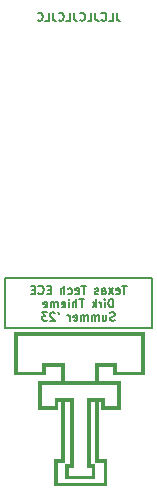
<source format=gbr>
%TF.GenerationSoftware,KiCad,Pcbnew,7.0.2*%
%TF.CreationDate,2023-06-09T21:10:51-07:00*%
%TF.ProjectId,iCEGenius,69434547-656e-4697-9573-2e6b69636164,rev?*%
%TF.SameCoordinates,Original*%
%TF.FileFunction,Legend,Bot*%
%TF.FilePolarity,Positive*%
%FSLAX46Y46*%
G04 Gerber Fmt 4.6, Leading zero omitted, Abs format (unit mm)*
G04 Created by KiCad (PCBNEW 7.0.2) date 2023-06-09 21:10:51*
%MOMM*%
%LPD*%
G01*
G04 APERTURE LIST*
%ADD10C,0.150000*%
%ADD11R,1.700000X1.700000*%
%ADD12O,1.700000X1.700000*%
%ADD13C,0.650000*%
%ADD14O,1.000000X2.100000*%
%ADD15O,1.000000X1.800000*%
G04 APERTURE END LIST*
D10*
X159133333Y-77214333D02*
X159133333Y-77714333D01*
X159133333Y-77714333D02*
X159166666Y-77814333D01*
X159166666Y-77814333D02*
X159233333Y-77881000D01*
X159233333Y-77881000D02*
X159333333Y-77914333D01*
X159333333Y-77914333D02*
X159400000Y-77914333D01*
X158466667Y-77914333D02*
X158800000Y-77914333D01*
X158800000Y-77914333D02*
X158800000Y-77214333D01*
X157833333Y-77847666D02*
X157866666Y-77881000D01*
X157866666Y-77881000D02*
X157966666Y-77914333D01*
X157966666Y-77914333D02*
X158033333Y-77914333D01*
X158033333Y-77914333D02*
X158133333Y-77881000D01*
X158133333Y-77881000D02*
X158200000Y-77814333D01*
X158200000Y-77814333D02*
X158233333Y-77747666D01*
X158233333Y-77747666D02*
X158266666Y-77614333D01*
X158266666Y-77614333D02*
X158266666Y-77514333D01*
X158266666Y-77514333D02*
X158233333Y-77381000D01*
X158233333Y-77381000D02*
X158200000Y-77314333D01*
X158200000Y-77314333D02*
X158133333Y-77247666D01*
X158133333Y-77247666D02*
X158033333Y-77214333D01*
X158033333Y-77214333D02*
X157966666Y-77214333D01*
X157966666Y-77214333D02*
X157866666Y-77247666D01*
X157866666Y-77247666D02*
X157833333Y-77281000D01*
X157333333Y-77214333D02*
X157333333Y-77714333D01*
X157333333Y-77714333D02*
X157366666Y-77814333D01*
X157366666Y-77814333D02*
X157433333Y-77881000D01*
X157433333Y-77881000D02*
X157533333Y-77914333D01*
X157533333Y-77914333D02*
X157600000Y-77914333D01*
X156666667Y-77914333D02*
X157000000Y-77914333D01*
X157000000Y-77914333D02*
X157000000Y-77214333D01*
X156033333Y-77847666D02*
X156066666Y-77881000D01*
X156066666Y-77881000D02*
X156166666Y-77914333D01*
X156166666Y-77914333D02*
X156233333Y-77914333D01*
X156233333Y-77914333D02*
X156333333Y-77881000D01*
X156333333Y-77881000D02*
X156400000Y-77814333D01*
X156400000Y-77814333D02*
X156433333Y-77747666D01*
X156433333Y-77747666D02*
X156466666Y-77614333D01*
X156466666Y-77614333D02*
X156466666Y-77514333D01*
X156466666Y-77514333D02*
X156433333Y-77381000D01*
X156433333Y-77381000D02*
X156400000Y-77314333D01*
X156400000Y-77314333D02*
X156333333Y-77247666D01*
X156333333Y-77247666D02*
X156233333Y-77214333D01*
X156233333Y-77214333D02*
X156166666Y-77214333D01*
X156166666Y-77214333D02*
X156066666Y-77247666D01*
X156066666Y-77247666D02*
X156033333Y-77281000D01*
X155533333Y-77214333D02*
X155533333Y-77714333D01*
X155533333Y-77714333D02*
X155566666Y-77814333D01*
X155566666Y-77814333D02*
X155633333Y-77881000D01*
X155633333Y-77881000D02*
X155733333Y-77914333D01*
X155733333Y-77914333D02*
X155800000Y-77914333D01*
X154866667Y-77914333D02*
X155200000Y-77914333D01*
X155200000Y-77914333D02*
X155200000Y-77214333D01*
X154233333Y-77847666D02*
X154266666Y-77881000D01*
X154266666Y-77881000D02*
X154366666Y-77914333D01*
X154366666Y-77914333D02*
X154433333Y-77914333D01*
X154433333Y-77914333D02*
X154533333Y-77881000D01*
X154533333Y-77881000D02*
X154600000Y-77814333D01*
X154600000Y-77814333D02*
X154633333Y-77747666D01*
X154633333Y-77747666D02*
X154666666Y-77614333D01*
X154666666Y-77614333D02*
X154666666Y-77514333D01*
X154666666Y-77514333D02*
X154633333Y-77381000D01*
X154633333Y-77381000D02*
X154600000Y-77314333D01*
X154600000Y-77314333D02*
X154533333Y-77247666D01*
X154533333Y-77247666D02*
X154433333Y-77214333D01*
X154433333Y-77214333D02*
X154366666Y-77214333D01*
X154366666Y-77214333D02*
X154266666Y-77247666D01*
X154266666Y-77247666D02*
X154233333Y-77281000D01*
X153733333Y-77214333D02*
X153733333Y-77714333D01*
X153733333Y-77714333D02*
X153766666Y-77814333D01*
X153766666Y-77814333D02*
X153833333Y-77881000D01*
X153833333Y-77881000D02*
X153933333Y-77914333D01*
X153933333Y-77914333D02*
X154000000Y-77914333D01*
X153066667Y-77914333D02*
X153400000Y-77914333D01*
X153400000Y-77914333D02*
X153400000Y-77214333D01*
X152433333Y-77847666D02*
X152466666Y-77881000D01*
X152466666Y-77881000D02*
X152566666Y-77914333D01*
X152566666Y-77914333D02*
X152633333Y-77914333D01*
X152633333Y-77914333D02*
X152733333Y-77881000D01*
X152733333Y-77881000D02*
X152800000Y-77814333D01*
X152800000Y-77814333D02*
X152833333Y-77747666D01*
X152833333Y-77747666D02*
X152866666Y-77614333D01*
X152866666Y-77614333D02*
X152866666Y-77514333D01*
X152866666Y-77514333D02*
X152833333Y-77381000D01*
X152833333Y-77381000D02*
X152800000Y-77314333D01*
X152800000Y-77314333D02*
X152733333Y-77247666D01*
X152733333Y-77247666D02*
X152633333Y-77214333D01*
X152633333Y-77214333D02*
X152566666Y-77214333D01*
X152566666Y-77214333D02*
X152466666Y-77247666D01*
X152466666Y-77247666D02*
X152433333Y-77281000D01*
X159983332Y-100333333D02*
X159583332Y-100333333D01*
X159783332Y-101033333D02*
X159783332Y-100333333D01*
X159083332Y-101000000D02*
X159149999Y-101033333D01*
X159149999Y-101033333D02*
X159283332Y-101033333D01*
X159283332Y-101033333D02*
X159349999Y-101000000D01*
X159349999Y-101000000D02*
X159383332Y-100933333D01*
X159383332Y-100933333D02*
X159383332Y-100666666D01*
X159383332Y-100666666D02*
X159349999Y-100600000D01*
X159349999Y-100600000D02*
X159283332Y-100566666D01*
X159283332Y-100566666D02*
X159149999Y-100566666D01*
X159149999Y-100566666D02*
X159083332Y-100600000D01*
X159083332Y-100600000D02*
X159049999Y-100666666D01*
X159049999Y-100666666D02*
X159049999Y-100733333D01*
X159049999Y-100733333D02*
X159383332Y-100800000D01*
X158816666Y-101033333D02*
X158449999Y-100566666D01*
X158816666Y-100566666D02*
X158449999Y-101033333D01*
X157883332Y-101033333D02*
X157883332Y-100666666D01*
X157883332Y-100666666D02*
X157916665Y-100600000D01*
X157916665Y-100600000D02*
X157983332Y-100566666D01*
X157983332Y-100566666D02*
X158116665Y-100566666D01*
X158116665Y-100566666D02*
X158183332Y-100600000D01*
X157883332Y-101000000D02*
X157949999Y-101033333D01*
X157949999Y-101033333D02*
X158116665Y-101033333D01*
X158116665Y-101033333D02*
X158183332Y-101000000D01*
X158183332Y-101000000D02*
X158216665Y-100933333D01*
X158216665Y-100933333D02*
X158216665Y-100866666D01*
X158216665Y-100866666D02*
X158183332Y-100800000D01*
X158183332Y-100800000D02*
X158116665Y-100766666D01*
X158116665Y-100766666D02*
X157949999Y-100766666D01*
X157949999Y-100766666D02*
X157883332Y-100733333D01*
X157583332Y-101000000D02*
X157516666Y-101033333D01*
X157516666Y-101033333D02*
X157383332Y-101033333D01*
X157383332Y-101033333D02*
X157316666Y-101000000D01*
X157316666Y-101000000D02*
X157283332Y-100933333D01*
X157283332Y-100933333D02*
X157283332Y-100900000D01*
X157283332Y-100900000D02*
X157316666Y-100833333D01*
X157316666Y-100833333D02*
X157383332Y-100800000D01*
X157383332Y-100800000D02*
X157483332Y-100800000D01*
X157483332Y-100800000D02*
X157549999Y-100766666D01*
X157549999Y-100766666D02*
X157583332Y-100700000D01*
X157583332Y-100700000D02*
X157583332Y-100666666D01*
X157583332Y-100666666D02*
X157549999Y-100600000D01*
X157549999Y-100600000D02*
X157483332Y-100566666D01*
X157483332Y-100566666D02*
X157383332Y-100566666D01*
X157383332Y-100566666D02*
X157316666Y-100600000D01*
X156549999Y-100333333D02*
X156149999Y-100333333D01*
X156349999Y-101033333D02*
X156349999Y-100333333D01*
X155649999Y-101000000D02*
X155716666Y-101033333D01*
X155716666Y-101033333D02*
X155849999Y-101033333D01*
X155849999Y-101033333D02*
X155916666Y-101000000D01*
X155916666Y-101000000D02*
X155949999Y-100933333D01*
X155949999Y-100933333D02*
X155949999Y-100666666D01*
X155949999Y-100666666D02*
X155916666Y-100600000D01*
X155916666Y-100600000D02*
X155849999Y-100566666D01*
X155849999Y-100566666D02*
X155716666Y-100566666D01*
X155716666Y-100566666D02*
X155649999Y-100600000D01*
X155649999Y-100600000D02*
X155616666Y-100666666D01*
X155616666Y-100666666D02*
X155616666Y-100733333D01*
X155616666Y-100733333D02*
X155949999Y-100800000D01*
X155016666Y-101000000D02*
X155083333Y-101033333D01*
X155083333Y-101033333D02*
X155216666Y-101033333D01*
X155216666Y-101033333D02*
X155283333Y-101000000D01*
X155283333Y-101000000D02*
X155316666Y-100966666D01*
X155316666Y-100966666D02*
X155349999Y-100900000D01*
X155349999Y-100900000D02*
X155349999Y-100700000D01*
X155349999Y-100700000D02*
X155316666Y-100633333D01*
X155316666Y-100633333D02*
X155283333Y-100600000D01*
X155283333Y-100600000D02*
X155216666Y-100566666D01*
X155216666Y-100566666D02*
X155083333Y-100566666D01*
X155083333Y-100566666D02*
X155016666Y-100600000D01*
X154716666Y-101033333D02*
X154716666Y-100333333D01*
X154416666Y-101033333D02*
X154416666Y-100666666D01*
X154416666Y-100666666D02*
X154449999Y-100600000D01*
X154449999Y-100600000D02*
X154516666Y-100566666D01*
X154516666Y-100566666D02*
X154616666Y-100566666D01*
X154616666Y-100566666D02*
X154683333Y-100600000D01*
X154683333Y-100600000D02*
X154716666Y-100633333D01*
X153550000Y-100666666D02*
X153316667Y-100666666D01*
X153216667Y-101033333D02*
X153550000Y-101033333D01*
X153550000Y-101033333D02*
X153550000Y-100333333D01*
X153550000Y-100333333D02*
X153216667Y-100333333D01*
X152516667Y-100966666D02*
X152550000Y-101000000D01*
X152550000Y-101000000D02*
X152650000Y-101033333D01*
X152650000Y-101033333D02*
X152716667Y-101033333D01*
X152716667Y-101033333D02*
X152816667Y-101000000D01*
X152816667Y-101000000D02*
X152883334Y-100933333D01*
X152883334Y-100933333D02*
X152916667Y-100866666D01*
X152916667Y-100866666D02*
X152950000Y-100733333D01*
X152950000Y-100733333D02*
X152950000Y-100633333D01*
X152950000Y-100633333D02*
X152916667Y-100500000D01*
X152916667Y-100500000D02*
X152883334Y-100433333D01*
X152883334Y-100433333D02*
X152816667Y-100366666D01*
X152816667Y-100366666D02*
X152716667Y-100333333D01*
X152716667Y-100333333D02*
X152650000Y-100333333D01*
X152650000Y-100333333D02*
X152550000Y-100366666D01*
X152550000Y-100366666D02*
X152516667Y-100400000D01*
X152216667Y-100666666D02*
X151983334Y-100666666D01*
X151883334Y-101033333D02*
X152216667Y-101033333D01*
X152216667Y-101033333D02*
X152216667Y-100333333D01*
X152216667Y-100333333D02*
X151883334Y-100333333D01*
X158833332Y-102167333D02*
X158833332Y-101467333D01*
X158833332Y-101467333D02*
X158666665Y-101467333D01*
X158666665Y-101467333D02*
X158566665Y-101500666D01*
X158566665Y-101500666D02*
X158499999Y-101567333D01*
X158499999Y-101567333D02*
X158466665Y-101634000D01*
X158466665Y-101634000D02*
X158433332Y-101767333D01*
X158433332Y-101767333D02*
X158433332Y-101867333D01*
X158433332Y-101867333D02*
X158466665Y-102000666D01*
X158466665Y-102000666D02*
X158499999Y-102067333D01*
X158499999Y-102067333D02*
X158566665Y-102134000D01*
X158566665Y-102134000D02*
X158666665Y-102167333D01*
X158666665Y-102167333D02*
X158833332Y-102167333D01*
X158133332Y-102167333D02*
X158133332Y-101700666D01*
X158133332Y-101467333D02*
X158166665Y-101500666D01*
X158166665Y-101500666D02*
X158133332Y-101534000D01*
X158133332Y-101534000D02*
X158099999Y-101500666D01*
X158099999Y-101500666D02*
X158133332Y-101467333D01*
X158133332Y-101467333D02*
X158133332Y-101534000D01*
X157799999Y-102167333D02*
X157799999Y-101700666D01*
X157799999Y-101834000D02*
X157766666Y-101767333D01*
X157766666Y-101767333D02*
X157733332Y-101734000D01*
X157733332Y-101734000D02*
X157666666Y-101700666D01*
X157666666Y-101700666D02*
X157599999Y-101700666D01*
X157366666Y-102167333D02*
X157366666Y-101467333D01*
X157299999Y-101900666D02*
X157099999Y-102167333D01*
X157099999Y-101700666D02*
X157366666Y-101967333D01*
X156366666Y-101467333D02*
X155966666Y-101467333D01*
X156166666Y-102167333D02*
X156166666Y-101467333D01*
X155733333Y-102167333D02*
X155733333Y-101467333D01*
X155433333Y-102167333D02*
X155433333Y-101800666D01*
X155433333Y-101800666D02*
X155466666Y-101734000D01*
X155466666Y-101734000D02*
X155533333Y-101700666D01*
X155533333Y-101700666D02*
X155633333Y-101700666D01*
X155633333Y-101700666D02*
X155700000Y-101734000D01*
X155700000Y-101734000D02*
X155733333Y-101767333D01*
X155100000Y-102167333D02*
X155100000Y-101700666D01*
X155100000Y-101467333D02*
X155133333Y-101500666D01*
X155133333Y-101500666D02*
X155100000Y-101534000D01*
X155100000Y-101534000D02*
X155066667Y-101500666D01*
X155066667Y-101500666D02*
X155100000Y-101467333D01*
X155100000Y-101467333D02*
X155100000Y-101534000D01*
X154500000Y-102134000D02*
X154566667Y-102167333D01*
X154566667Y-102167333D02*
X154700000Y-102167333D01*
X154700000Y-102167333D02*
X154766667Y-102134000D01*
X154766667Y-102134000D02*
X154800000Y-102067333D01*
X154800000Y-102067333D02*
X154800000Y-101800666D01*
X154800000Y-101800666D02*
X154766667Y-101734000D01*
X154766667Y-101734000D02*
X154700000Y-101700666D01*
X154700000Y-101700666D02*
X154566667Y-101700666D01*
X154566667Y-101700666D02*
X154500000Y-101734000D01*
X154500000Y-101734000D02*
X154466667Y-101800666D01*
X154466667Y-101800666D02*
X154466667Y-101867333D01*
X154466667Y-101867333D02*
X154800000Y-101934000D01*
X154166667Y-102167333D02*
X154166667Y-101700666D01*
X154166667Y-101767333D02*
X154133334Y-101734000D01*
X154133334Y-101734000D02*
X154066667Y-101700666D01*
X154066667Y-101700666D02*
X153966667Y-101700666D01*
X153966667Y-101700666D02*
X153900000Y-101734000D01*
X153900000Y-101734000D02*
X153866667Y-101800666D01*
X153866667Y-101800666D02*
X153866667Y-102167333D01*
X153866667Y-101800666D02*
X153833334Y-101734000D01*
X153833334Y-101734000D02*
X153766667Y-101700666D01*
X153766667Y-101700666D02*
X153666667Y-101700666D01*
X153666667Y-101700666D02*
X153600000Y-101734000D01*
X153600000Y-101734000D02*
X153566667Y-101800666D01*
X153566667Y-101800666D02*
X153566667Y-102167333D01*
X152966667Y-102134000D02*
X153033334Y-102167333D01*
X153033334Y-102167333D02*
X153166667Y-102167333D01*
X153166667Y-102167333D02*
X153233334Y-102134000D01*
X153233334Y-102134000D02*
X153266667Y-102067333D01*
X153266667Y-102067333D02*
X153266667Y-101800666D01*
X153266667Y-101800666D02*
X153233334Y-101734000D01*
X153233334Y-101734000D02*
X153166667Y-101700666D01*
X153166667Y-101700666D02*
X153033334Y-101700666D01*
X153033334Y-101700666D02*
X152966667Y-101734000D01*
X152966667Y-101734000D02*
X152933334Y-101800666D01*
X152933334Y-101800666D02*
X152933334Y-101867333D01*
X152933334Y-101867333D02*
X153266667Y-101934000D01*
X158966665Y-103268000D02*
X158866665Y-103301333D01*
X158866665Y-103301333D02*
X158699999Y-103301333D01*
X158699999Y-103301333D02*
X158633332Y-103268000D01*
X158633332Y-103268000D02*
X158599999Y-103234666D01*
X158599999Y-103234666D02*
X158566665Y-103168000D01*
X158566665Y-103168000D02*
X158566665Y-103101333D01*
X158566665Y-103101333D02*
X158599999Y-103034666D01*
X158599999Y-103034666D02*
X158633332Y-103001333D01*
X158633332Y-103001333D02*
X158699999Y-102968000D01*
X158699999Y-102968000D02*
X158833332Y-102934666D01*
X158833332Y-102934666D02*
X158899999Y-102901333D01*
X158899999Y-102901333D02*
X158933332Y-102868000D01*
X158933332Y-102868000D02*
X158966665Y-102801333D01*
X158966665Y-102801333D02*
X158966665Y-102734666D01*
X158966665Y-102734666D02*
X158933332Y-102668000D01*
X158933332Y-102668000D02*
X158899999Y-102634666D01*
X158899999Y-102634666D02*
X158833332Y-102601333D01*
X158833332Y-102601333D02*
X158666665Y-102601333D01*
X158666665Y-102601333D02*
X158566665Y-102634666D01*
X157966665Y-102834666D02*
X157966665Y-103301333D01*
X158266665Y-102834666D02*
X158266665Y-103201333D01*
X158266665Y-103201333D02*
X158233332Y-103268000D01*
X158233332Y-103268000D02*
X158166665Y-103301333D01*
X158166665Y-103301333D02*
X158066665Y-103301333D01*
X158066665Y-103301333D02*
X157999998Y-103268000D01*
X157999998Y-103268000D02*
X157966665Y-103234666D01*
X157633332Y-103301333D02*
X157633332Y-102834666D01*
X157633332Y-102901333D02*
X157599999Y-102868000D01*
X157599999Y-102868000D02*
X157533332Y-102834666D01*
X157533332Y-102834666D02*
X157433332Y-102834666D01*
X157433332Y-102834666D02*
X157366665Y-102868000D01*
X157366665Y-102868000D02*
X157333332Y-102934666D01*
X157333332Y-102934666D02*
X157333332Y-103301333D01*
X157333332Y-102934666D02*
X157299999Y-102868000D01*
X157299999Y-102868000D02*
X157233332Y-102834666D01*
X157233332Y-102834666D02*
X157133332Y-102834666D01*
X157133332Y-102834666D02*
X157066665Y-102868000D01*
X157066665Y-102868000D02*
X157033332Y-102934666D01*
X157033332Y-102934666D02*
X157033332Y-103301333D01*
X156699999Y-103301333D02*
X156699999Y-102834666D01*
X156699999Y-102901333D02*
X156666666Y-102868000D01*
X156666666Y-102868000D02*
X156599999Y-102834666D01*
X156599999Y-102834666D02*
X156499999Y-102834666D01*
X156499999Y-102834666D02*
X156433332Y-102868000D01*
X156433332Y-102868000D02*
X156399999Y-102934666D01*
X156399999Y-102934666D02*
X156399999Y-103301333D01*
X156399999Y-102934666D02*
X156366666Y-102868000D01*
X156366666Y-102868000D02*
X156299999Y-102834666D01*
X156299999Y-102834666D02*
X156199999Y-102834666D01*
X156199999Y-102834666D02*
X156133332Y-102868000D01*
X156133332Y-102868000D02*
X156099999Y-102934666D01*
X156099999Y-102934666D02*
X156099999Y-103301333D01*
X155499999Y-103268000D02*
X155566666Y-103301333D01*
X155566666Y-103301333D02*
X155699999Y-103301333D01*
X155699999Y-103301333D02*
X155766666Y-103268000D01*
X155766666Y-103268000D02*
X155799999Y-103201333D01*
X155799999Y-103201333D02*
X155799999Y-102934666D01*
X155799999Y-102934666D02*
X155766666Y-102868000D01*
X155766666Y-102868000D02*
X155699999Y-102834666D01*
X155699999Y-102834666D02*
X155566666Y-102834666D01*
X155566666Y-102834666D02*
X155499999Y-102868000D01*
X155499999Y-102868000D02*
X155466666Y-102934666D01*
X155466666Y-102934666D02*
X155466666Y-103001333D01*
X155466666Y-103001333D02*
X155799999Y-103068000D01*
X155166666Y-103301333D02*
X155166666Y-102834666D01*
X155166666Y-102968000D02*
X155133333Y-102901333D01*
X155133333Y-102901333D02*
X155099999Y-102868000D01*
X155099999Y-102868000D02*
X155033333Y-102834666D01*
X155033333Y-102834666D02*
X154966666Y-102834666D01*
X154166667Y-102601333D02*
X154233333Y-102734666D01*
X153900000Y-102668000D02*
X153866667Y-102634666D01*
X153866667Y-102634666D02*
X153800000Y-102601333D01*
X153800000Y-102601333D02*
X153633334Y-102601333D01*
X153633334Y-102601333D02*
X153566667Y-102634666D01*
X153566667Y-102634666D02*
X153533334Y-102668000D01*
X153533334Y-102668000D02*
X153500000Y-102734666D01*
X153500000Y-102734666D02*
X153500000Y-102801333D01*
X153500000Y-102801333D02*
X153533334Y-102901333D01*
X153533334Y-102901333D02*
X153933334Y-103301333D01*
X153933334Y-103301333D02*
X153500000Y-103301333D01*
X153266667Y-102601333D02*
X152833333Y-102601333D01*
X152833333Y-102601333D02*
X153066667Y-102868000D01*
X153066667Y-102868000D02*
X152966667Y-102868000D01*
X152966667Y-102868000D02*
X152900000Y-102901333D01*
X152900000Y-102901333D02*
X152866667Y-102934666D01*
X152866667Y-102934666D02*
X152833333Y-103001333D01*
X152833333Y-103001333D02*
X152833333Y-103168000D01*
X152833333Y-103168000D02*
X152866667Y-103234666D01*
X152866667Y-103234666D02*
X152900000Y-103268000D01*
X152900000Y-103268000D02*
X152966667Y-103301333D01*
X152966667Y-103301333D02*
X153166667Y-103301333D01*
X153166667Y-103301333D02*
X153233333Y-103268000D01*
X153233333Y-103268000D02*
X153266667Y-103234666D01*
X149650000Y-99700000D02*
X162150000Y-99700000D01*
X162150000Y-103900000D01*
X149650000Y-103900000D01*
X149650000Y-99700000D01*
%TO.C,REF\u002A\u002A*%
G36*
X161542462Y-107932859D02*
G01*
X158824103Y-107932859D01*
X158824103Y-107215025D01*
X157629769Y-107215025D01*
X157629769Y-108405454D01*
X158567198Y-108406675D01*
X159505249Y-108408384D01*
X159505725Y-108722471D01*
X159507115Y-109638914D01*
X159508358Y-110869993D01*
X157847487Y-110869993D01*
X157847487Y-110146177D01*
X157629769Y-110146177D01*
X157629769Y-114997617D01*
X158357567Y-114997617D01*
X158357567Y-117001585D01*
X158357567Y-117312681D01*
X153810387Y-117312681D01*
X153810387Y-117001585D01*
X154133850Y-117001585D01*
X158034102Y-117001585D01*
X158034102Y-115314695D01*
X157306305Y-115314695D01*
X157306305Y-110152219D01*
X156920635Y-110152219D01*
X156920635Y-115458250D01*
X157343628Y-115458250D01*
X157342385Y-116096555D01*
X157340515Y-116735349D01*
X156057228Y-116737180D01*
X154774563Y-116738340D01*
X154774563Y-115458250D01*
X155154015Y-115458250D01*
X155154015Y-110176145D01*
X154731018Y-110176145D01*
X154731018Y-115314695D01*
X154133850Y-115314695D01*
X154133850Y-117001585D01*
X153810387Y-117001585D01*
X153810387Y-114997617D01*
X154407551Y-114997617D01*
X154407551Y-110170103D01*
X154202275Y-110170103D01*
X154202275Y-110846128D01*
X152491642Y-110846128D01*
X152491959Y-110535032D01*
X152821327Y-110535032D01*
X153878811Y-110535032D01*
X153878811Y-109859006D01*
X155483700Y-109859006D01*
X155483700Y-115769285D01*
X155104248Y-115769285D01*
X155104248Y-116421323D01*
X157013939Y-116421323D01*
X157013939Y-115769285D01*
X156590946Y-115769285D01*
X156590946Y-109835142D01*
X158177174Y-109835142D01*
X158177174Y-110558958D01*
X159178673Y-110558958D01*
X159178673Y-108722471D01*
X152821327Y-108722471D01*
X152821327Y-110535032D01*
X152491959Y-110535032D01*
X152492886Y-109627012D01*
X152494751Y-108408384D01*
X153450840Y-108406675D01*
X154407551Y-108405454D01*
X154407551Y-107232908D01*
X153169674Y-107232908D01*
X153169674Y-107932859D01*
X150457539Y-107932859D01*
X150457539Y-107621763D01*
X150781006Y-107621763D01*
X152839989Y-107621763D01*
X152839989Y-106921934D01*
X154731018Y-106921934D01*
X154731018Y-108405454D01*
X157306305Y-108405454D01*
X157307549Y-107652891D01*
X157309414Y-106900999D01*
X159150683Y-106900999D01*
X159152548Y-107261106D01*
X159153792Y-107621763D01*
X161218996Y-107621763D01*
X161218996Y-104606870D01*
X150781006Y-104606870D01*
X150781006Y-107621763D01*
X150457539Y-107621763D01*
X150457539Y-104295774D01*
X161542462Y-104295774D01*
X161542462Y-104606870D01*
X161542462Y-107932859D01*
G37*
%TD*%
%LPC*%
D11*
%TO.C,J3*%
X164915000Y-88530000D03*
D12*
X164915000Y-91070000D03*
X164915000Y-93610000D03*
X164915000Y-96150000D03*
X164915000Y-98690000D03*
X164915000Y-101230000D03*
X164915000Y-103770000D03*
X164915000Y-106310000D03*
X164915000Y-108850000D03*
X164915000Y-111390000D03*
%TD*%
D11*
%TO.C,J2*%
X147115000Y-88550000D03*
D12*
X147115000Y-91090000D03*
X147115000Y-93630000D03*
X147115000Y-96170000D03*
X147115000Y-98710000D03*
X147115000Y-101250000D03*
X147115000Y-103790000D03*
X147115000Y-106330000D03*
X147115000Y-108870000D03*
X147115000Y-111410000D03*
%TD*%
D13*
%TO.C,J1*%
X158900000Y-82400000D03*
X153120000Y-82400000D03*
D14*
X160330000Y-82900000D03*
D15*
X160330000Y-78720000D03*
D14*
X151690000Y-82900000D03*
D15*
X151690000Y-78720000D03*
%TD*%
%LPD*%
M02*

</source>
